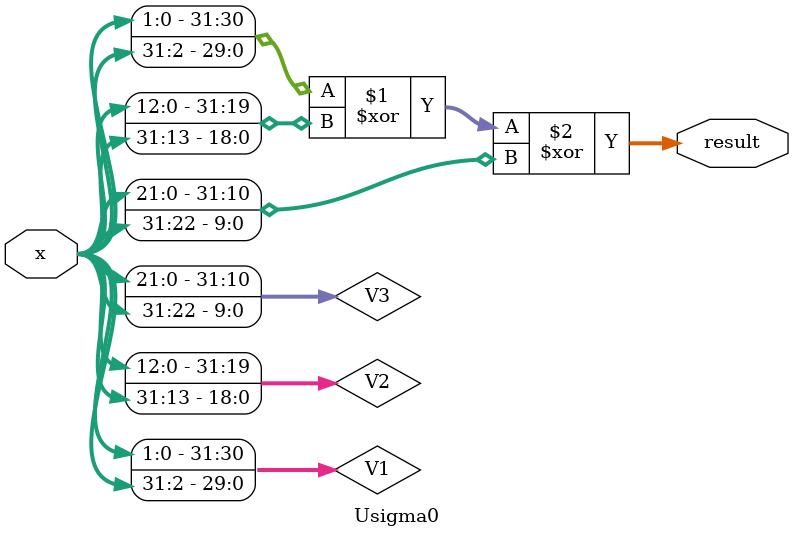
<source format=v>
module Usigma0 
  (
  input [31:0] x,
  output [31:0] result
  );

    wire [31:0] V1;
    wire [31:0] V2;
    wire [31:0] V3;
    
    assign V1[31:0] = {x[1:0],  x[31:2]};
    assign V2[31:0] = {x[12:0], x[31:13]};
    assign V3[31:0] = {x[21:0], x[31:22]};
    
    //assign result = ((x >> 2) | (x << (32 - 2))) ^ ((x >> 13) | (x << (32 - 13))) ^ ((x >> 22) | (x << (32 - 22)));
    //assign result = ((x >> 2) | (x << 30)) ^ ((x >> 13) | (x << 19)) ^ ((x >> 22) | (x << 10));
    assign result = V1 ^ V2 ^ V3;

endmodule
</source>
